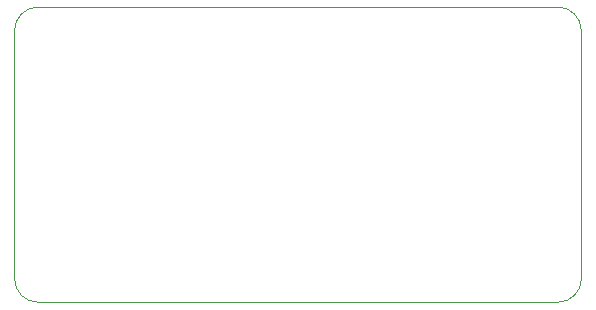
<source format=gm1>
%TF.GenerationSoftware,KiCad,Pcbnew,(5.1.10-1-10_14)*%
%TF.CreationDate,2021-09-25T17:09:40-04:00*%
%TF.ProjectId,WetProgrammer,57657450-726f-4677-9261-6d6d65722e6b,rev?*%
%TF.SameCoordinates,Original*%
%TF.FileFunction,Profile,NP*%
%FSLAX46Y46*%
G04 Gerber Fmt 4.6, Leading zero omitted, Abs format (unit mm)*
G04 Created by KiCad (PCBNEW (5.1.10-1-10_14)) date 2021-09-25 17:09:40*
%MOMM*%
%LPD*%
G01*
G04 APERTURE LIST*
%TA.AperFunction,Profile*%
%ADD10C,0.050000*%
%TD*%
G04 APERTURE END LIST*
D10*
X48000000Y2000000D02*
X48000000Y23000000D01*
X2000000Y0D02*
G75*
G02*
X0Y2000000I0J2000000D01*
G01*
X0Y23000000D02*
G75*
G02*
X2000000Y25000000I2000000J0D01*
G01*
X46000000Y25000000D02*
G75*
G02*
X48000000Y23000000I0J-2000000D01*
G01*
X48000000Y2000000D02*
G75*
G02*
X46000000Y0I-2000000J0D01*
G01*
X0Y23000000D02*
X0Y2000000D01*
X46000000Y25000000D02*
X2000000Y25000000D01*
X2000000Y0D02*
X46000000Y0D01*
M02*

</source>
